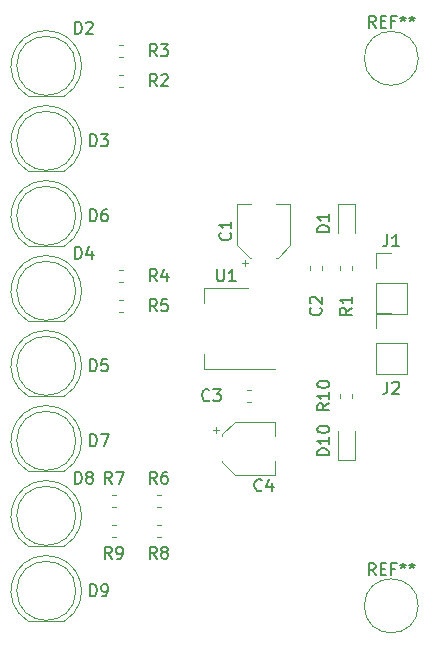
<source format=gbr>
G04 #@! TF.GenerationSoftware,KiCad,Pcbnew,(6.0.0-rc1-dev)*
G04 #@! TF.CreationDate,2018-08-10T19:45:32+02:00*
G04 #@! TF.ProjectId,sender,73656E6465722E6B696361645F706362,rev?*
G04 #@! TF.SameCoordinates,Original*
G04 #@! TF.FileFunction,Legend,Top*
G04 #@! TF.FilePolarity,Positive*
%FSLAX46Y46*%
G04 Gerber Fmt 4.6, Leading zero omitted, Abs format (unit mm)*
G04 Created by KiCad (PCBNEW (6.0.0-rc1-dev)) date Fri Aug 10 19:45:32 2018*
%MOMM*%
%LPD*%
G01*
G04 APERTURE LIST*
%ADD10C,0.120000*%
%ADD11C,0.150000*%
%ADD12C,0.200000*%
G04 APERTURE END LIST*
D10*
G04 #@! TO.C,REF\002A\002A*
X150876000Y-123190000D02*
G75*
G03X150876000Y-123190000I-2286000J0D01*
G01*
G04 #@! TO.C,D10*
X144045000Y-108420000D02*
X144045000Y-110880000D01*
X144045000Y-110880000D02*
X145515000Y-110880000D01*
X145515000Y-110880000D02*
X145515000Y-108420000D01*
G04 #@! TO.C,C4*
X133775000Y-108045000D02*
X133775000Y-108545000D01*
X133525000Y-108295000D02*
X134025000Y-108295000D01*
X134265000Y-111050563D02*
X135329437Y-112115000D01*
X134265000Y-108659437D02*
X135329437Y-107595000D01*
X134265000Y-108659437D02*
X134265000Y-108795000D01*
X134265000Y-111050563D02*
X134265000Y-110915000D01*
X135329437Y-112115000D02*
X138785000Y-112115000D01*
X135329437Y-107595000D02*
X138785000Y-107595000D01*
X138785000Y-107595000D02*
X138785000Y-108795000D01*
X138785000Y-112115000D02*
X138785000Y-110915000D01*
G04 #@! TO.C,C1*
X140055000Y-89180000D02*
X138855000Y-89180000D01*
X135535000Y-89180000D02*
X136735000Y-89180000D01*
X135535000Y-92635563D02*
X135535000Y-89180000D01*
X140055000Y-92635563D02*
X140055000Y-89180000D01*
X138990563Y-93700000D02*
X138855000Y-93700000D01*
X136599437Y-93700000D02*
X136735000Y-93700000D01*
X136599437Y-93700000D02*
X135535000Y-92635563D01*
X138990563Y-93700000D02*
X140055000Y-92635563D01*
X136235000Y-94440000D02*
X136235000Y-93940000D01*
X135985000Y-94190000D02*
X136485000Y-94190000D01*
G04 #@! TO.C,C2*
X142750000Y-94786267D02*
X142750000Y-94443733D01*
X141730000Y-94786267D02*
X141730000Y-94443733D01*
G04 #@! TO.C,C3*
X136353733Y-104900000D02*
X136696267Y-104900000D01*
X136353733Y-105920000D02*
X136696267Y-105920000D01*
G04 #@! TO.C,J2*
X147260000Y-98365000D02*
X148590000Y-98365000D01*
X147260000Y-99695000D02*
X147260000Y-98365000D01*
X147260000Y-100965000D02*
X149920000Y-100965000D01*
X149920000Y-100965000D02*
X149920000Y-103565000D01*
X147260000Y-100965000D02*
X147260000Y-103565000D01*
X147260000Y-103565000D02*
X149920000Y-103565000D01*
G04 #@! TO.C,J1*
X147260000Y-98485000D02*
X149920000Y-98485000D01*
X147260000Y-95885000D02*
X147260000Y-98485000D01*
X149920000Y-95885000D02*
X149920000Y-98485000D01*
X147260000Y-95885000D02*
X149920000Y-95885000D01*
X147260000Y-94615000D02*
X147260000Y-93285000D01*
X147260000Y-93285000D02*
X148590000Y-93285000D01*
G04 #@! TO.C,D1*
X145515000Y-91605000D02*
X145515000Y-89145000D01*
X145515000Y-89145000D02*
X144045000Y-89145000D01*
X144045000Y-89145000D02*
X144045000Y-91605000D01*
G04 #@! TO.C,D9*
X117835000Y-124480000D02*
X120925000Y-124480000D01*
X121880000Y-121920000D02*
G75*
G03X121880000Y-121920000I-2500000J0D01*
G01*
X119379538Y-118930000D02*
G75*
G02X120924830Y-124480000I462J-2990000D01*
G01*
X119380462Y-118930000D02*
G75*
G03X117835170Y-124480000I-462J-2990000D01*
G01*
G04 #@! TO.C,D7*
X119380462Y-106230000D02*
G75*
G03X117835170Y-111780000I-462J-2990000D01*
G01*
X119379538Y-106230000D02*
G75*
G02X120924830Y-111780000I462J-2990000D01*
G01*
X121880000Y-109220000D02*
G75*
G03X121880000Y-109220000I-2500000J0D01*
G01*
X117835000Y-111780000D02*
X120925000Y-111780000D01*
G04 #@! TO.C,D6*
X117835000Y-92730000D02*
X120925000Y-92730000D01*
X121880000Y-90170000D02*
G75*
G03X121880000Y-90170000I-2500000J0D01*
G01*
X119379538Y-87180000D02*
G75*
G02X120924830Y-92730000I462J-2990000D01*
G01*
X119380462Y-87180000D02*
G75*
G03X117835170Y-92730000I-462J-2990000D01*
G01*
G04 #@! TO.C,D5*
X119380462Y-99880000D02*
G75*
G03X117835170Y-105430000I-462J-2990000D01*
G01*
X119379538Y-99880000D02*
G75*
G02X120924830Y-105430000I462J-2990000D01*
G01*
X121880000Y-102870000D02*
G75*
G03X121880000Y-102870000I-2500000J0D01*
G01*
X117835000Y-105430000D02*
X120925000Y-105430000D01*
G04 #@! TO.C,D4*
X117835000Y-99080000D02*
X120925000Y-99080000D01*
X121880000Y-96520000D02*
G75*
G03X121880000Y-96520000I-2500000J0D01*
G01*
X119379538Y-93530000D02*
G75*
G02X120924830Y-99080000I462J-2990000D01*
G01*
X119380462Y-93530000D02*
G75*
G03X117835170Y-99080000I-462J-2990000D01*
G01*
G04 #@! TO.C,D3*
X119380462Y-80830000D02*
G75*
G03X117835170Y-86380000I-462J-2990000D01*
G01*
X119379538Y-80830000D02*
G75*
G02X120924830Y-86380000I462J-2990000D01*
G01*
X121880000Y-83820000D02*
G75*
G03X121880000Y-83820000I-2500000J0D01*
G01*
X117835000Y-86380000D02*
X120925000Y-86380000D01*
G04 #@! TO.C,D2*
X117835000Y-80030000D02*
X120925000Y-80030000D01*
X121880000Y-77470000D02*
G75*
G03X121880000Y-77470000I-2500000J0D01*
G01*
X119379538Y-74480000D02*
G75*
G02X120924830Y-80030000I462J-2990000D01*
G01*
X119380462Y-74480000D02*
G75*
G03X117835170Y-80030000I-462J-2990000D01*
G01*
G04 #@! TO.C,D8*
X119380462Y-112580000D02*
G75*
G03X117835170Y-118130000I-462J-2990000D01*
G01*
X119379538Y-112580000D02*
G75*
G02X120924830Y-118130000I462J-2990000D01*
G01*
X121880000Y-115570000D02*
G75*
G03X121880000Y-115570000I-2500000J0D01*
G01*
X117835000Y-118130000D02*
X120925000Y-118130000D01*
G04 #@! TO.C,U1*
X132710000Y-96285000D02*
X132710000Y-97545000D01*
X132710000Y-103105000D02*
X132710000Y-101845000D01*
X136470000Y-96285000D02*
X132710000Y-96285000D01*
X138720000Y-103105000D02*
X132710000Y-103105000D01*
G04 #@! TO.C,R10*
X144270000Y-105238733D02*
X144270000Y-105581267D01*
X145290000Y-105238733D02*
X145290000Y-105581267D01*
G04 #@! TO.C,R1*
X144270000Y-94786267D02*
X144270000Y-94443733D01*
X145290000Y-94786267D02*
X145290000Y-94443733D01*
G04 #@! TO.C,R2*
X125901267Y-78230000D02*
X125558733Y-78230000D01*
X125901267Y-79250000D02*
X125558733Y-79250000D01*
G04 #@! TO.C,R3*
X125901267Y-76710000D02*
X125558733Y-76710000D01*
X125901267Y-75690000D02*
X125558733Y-75690000D01*
G04 #@! TO.C,R4*
X125901267Y-94740000D02*
X125558733Y-94740000D01*
X125901267Y-95760000D02*
X125558733Y-95760000D01*
G04 #@! TO.C,R5*
X125901267Y-98300000D02*
X125558733Y-98300000D01*
X125901267Y-97280000D02*
X125558733Y-97280000D01*
G04 #@! TO.C,R6*
X129076267Y-113790000D02*
X128733733Y-113790000D01*
X129076267Y-114810000D02*
X128733733Y-114810000D01*
G04 #@! TO.C,R7*
X125266267Y-114810000D02*
X124923733Y-114810000D01*
X125266267Y-113790000D02*
X124923733Y-113790000D01*
G04 #@! TO.C,R8*
X129076267Y-116330000D02*
X128733733Y-116330000D01*
X129076267Y-117350000D02*
X128733733Y-117350000D01*
G04 #@! TO.C,R9*
X125266267Y-117350000D02*
X124923733Y-117350000D01*
X125266267Y-116330000D02*
X124923733Y-116330000D01*
G04 #@! TO.C,REF\002A\002A*
X150876000Y-76835000D02*
G75*
G03X150876000Y-76835000I-2286000J0D01*
G01*
D11*
X147256666Y-120594380D02*
X146923333Y-120118190D01*
X146685238Y-120594380D02*
X146685238Y-119594380D01*
X147066190Y-119594380D01*
X147161428Y-119642000D01*
X147209047Y-119689619D01*
X147256666Y-119784857D01*
X147256666Y-119927714D01*
X147209047Y-120022952D01*
X147161428Y-120070571D01*
X147066190Y-120118190D01*
X146685238Y-120118190D01*
X147685238Y-120070571D02*
X148018571Y-120070571D01*
X148161428Y-120594380D02*
X147685238Y-120594380D01*
X147685238Y-119594380D01*
X148161428Y-119594380D01*
X148923333Y-120070571D02*
X148590000Y-120070571D01*
X148590000Y-120594380D02*
X148590000Y-119594380D01*
X149066190Y-119594380D01*
X149590000Y-119594380D02*
X149590000Y-119832476D01*
X149351904Y-119737238D02*
X149590000Y-119832476D01*
X149828095Y-119737238D01*
X149447142Y-120022952D02*
X149590000Y-119832476D01*
X149732857Y-120022952D01*
X150351904Y-119594380D02*
X150351904Y-119832476D01*
X150113809Y-119737238D02*
X150351904Y-119832476D01*
X150590000Y-119737238D01*
X150209047Y-120022952D02*
X150351904Y-119832476D01*
X150494761Y-120022952D01*
G04 #@! TO.C,D10*
D12*
X143327380Y-110434285D02*
X142327380Y-110434285D01*
X142327380Y-110196190D01*
X142375000Y-110053333D01*
X142470238Y-109958095D01*
X142565476Y-109910476D01*
X142755952Y-109862857D01*
X142898809Y-109862857D01*
X143089285Y-109910476D01*
X143184523Y-109958095D01*
X143279761Y-110053333D01*
X143327380Y-110196190D01*
X143327380Y-110434285D01*
X143327380Y-108910476D02*
X143327380Y-109481904D01*
X143327380Y-109196190D02*
X142327380Y-109196190D01*
X142470238Y-109291428D01*
X142565476Y-109386666D01*
X142613095Y-109481904D01*
X142327380Y-108291428D02*
X142327380Y-108196190D01*
X142375000Y-108100952D01*
X142422619Y-108053333D01*
X142517857Y-108005714D01*
X142708333Y-107958095D01*
X142946428Y-107958095D01*
X143136904Y-108005714D01*
X143232142Y-108053333D01*
X143279761Y-108100952D01*
X143327380Y-108196190D01*
X143327380Y-108291428D01*
X143279761Y-108386666D01*
X143232142Y-108434285D01*
X143136904Y-108481904D01*
X142946428Y-108529523D01*
X142708333Y-108529523D01*
X142517857Y-108481904D01*
X142422619Y-108434285D01*
X142375000Y-108386666D01*
X142327380Y-108291428D01*
G04 #@! TO.C,C4*
X137628333Y-113387142D02*
X137580714Y-113434761D01*
X137437857Y-113482380D01*
X137342619Y-113482380D01*
X137199761Y-113434761D01*
X137104523Y-113339523D01*
X137056904Y-113244285D01*
X137009285Y-113053809D01*
X137009285Y-112910952D01*
X137056904Y-112720476D01*
X137104523Y-112625238D01*
X137199761Y-112530000D01*
X137342619Y-112482380D01*
X137437857Y-112482380D01*
X137580714Y-112530000D01*
X137628333Y-112577619D01*
X138485476Y-112815714D02*
X138485476Y-113482380D01*
X138247380Y-112434761D02*
X138009285Y-113149047D01*
X138628333Y-113149047D01*
G04 #@! TO.C,C1*
X134952142Y-91606666D02*
X134999761Y-91654285D01*
X135047380Y-91797142D01*
X135047380Y-91892380D01*
X134999761Y-92035238D01*
X134904523Y-92130476D01*
X134809285Y-92178095D01*
X134618809Y-92225714D01*
X134475952Y-92225714D01*
X134285476Y-92178095D01*
X134190238Y-92130476D01*
X134095000Y-92035238D01*
X134047380Y-91892380D01*
X134047380Y-91797142D01*
X134095000Y-91654285D01*
X134142619Y-91606666D01*
X135047380Y-90654285D02*
X135047380Y-91225714D01*
X135047380Y-90940000D02*
X134047380Y-90940000D01*
X134190238Y-91035238D01*
X134285476Y-91130476D01*
X134333095Y-91225714D01*
G04 #@! TO.C,C2*
X142597142Y-97956666D02*
X142644761Y-98004285D01*
X142692380Y-98147142D01*
X142692380Y-98242380D01*
X142644761Y-98385238D01*
X142549523Y-98480476D01*
X142454285Y-98528095D01*
X142263809Y-98575714D01*
X142120952Y-98575714D01*
X141930476Y-98528095D01*
X141835238Y-98480476D01*
X141740000Y-98385238D01*
X141692380Y-98242380D01*
X141692380Y-98147142D01*
X141740000Y-98004285D01*
X141787619Y-97956666D01*
X141787619Y-97575714D02*
X141740000Y-97528095D01*
X141692380Y-97432857D01*
X141692380Y-97194761D01*
X141740000Y-97099523D01*
X141787619Y-97051904D01*
X141882857Y-97004285D01*
X141978095Y-97004285D01*
X142120952Y-97051904D01*
X142692380Y-97623333D01*
X142692380Y-97004285D01*
G04 #@! TO.C,C3*
X133183333Y-105767142D02*
X133135714Y-105814761D01*
X132992857Y-105862380D01*
X132897619Y-105862380D01*
X132754761Y-105814761D01*
X132659523Y-105719523D01*
X132611904Y-105624285D01*
X132564285Y-105433809D01*
X132564285Y-105290952D01*
X132611904Y-105100476D01*
X132659523Y-105005238D01*
X132754761Y-104910000D01*
X132897619Y-104862380D01*
X132992857Y-104862380D01*
X133135714Y-104910000D01*
X133183333Y-104957619D01*
X133516666Y-104862380D02*
X134135714Y-104862380D01*
X133802380Y-105243333D01*
X133945238Y-105243333D01*
X134040476Y-105290952D01*
X134088095Y-105338571D01*
X134135714Y-105433809D01*
X134135714Y-105671904D01*
X134088095Y-105767142D01*
X134040476Y-105814761D01*
X133945238Y-105862380D01*
X133659523Y-105862380D01*
X133564285Y-105814761D01*
X133516666Y-105767142D01*
G04 #@! TO.C,J2*
X148256666Y-104227380D02*
X148256666Y-104941666D01*
X148209047Y-105084523D01*
X148113809Y-105179761D01*
X147970952Y-105227380D01*
X147875714Y-105227380D01*
X148685238Y-104322619D02*
X148732857Y-104275000D01*
X148828095Y-104227380D01*
X149066190Y-104227380D01*
X149161428Y-104275000D01*
X149209047Y-104322619D01*
X149256666Y-104417857D01*
X149256666Y-104513095D01*
X149209047Y-104655952D01*
X148637619Y-105227380D01*
X149256666Y-105227380D01*
G04 #@! TO.C,J1*
X148256666Y-91737380D02*
X148256666Y-92451666D01*
X148209047Y-92594523D01*
X148113809Y-92689761D01*
X147970952Y-92737380D01*
X147875714Y-92737380D01*
X149256666Y-92737380D02*
X148685238Y-92737380D01*
X148970952Y-92737380D02*
X148970952Y-91737380D01*
X148875714Y-91880238D01*
X148780476Y-91975476D01*
X148685238Y-92023095D01*
G04 #@! TO.C,D1*
X143327380Y-91543095D02*
X142327380Y-91543095D01*
X142327380Y-91305000D01*
X142375000Y-91162142D01*
X142470238Y-91066904D01*
X142565476Y-91019285D01*
X142755952Y-90971666D01*
X142898809Y-90971666D01*
X143089285Y-91019285D01*
X143184523Y-91066904D01*
X143279761Y-91162142D01*
X143327380Y-91305000D01*
X143327380Y-91543095D01*
X143327380Y-90019285D02*
X143327380Y-90590714D01*
X143327380Y-90305000D02*
X142327380Y-90305000D01*
X142470238Y-90400238D01*
X142565476Y-90495476D01*
X142613095Y-90590714D01*
G04 #@! TO.C,D9*
X123086904Y-122372380D02*
X123086904Y-121372380D01*
X123325000Y-121372380D01*
X123467857Y-121420000D01*
X123563095Y-121515238D01*
X123610714Y-121610476D01*
X123658333Y-121800952D01*
X123658333Y-121943809D01*
X123610714Y-122134285D01*
X123563095Y-122229523D01*
X123467857Y-122324761D01*
X123325000Y-122372380D01*
X123086904Y-122372380D01*
X124134523Y-122372380D02*
X124325000Y-122372380D01*
X124420238Y-122324761D01*
X124467857Y-122277142D01*
X124563095Y-122134285D01*
X124610714Y-121943809D01*
X124610714Y-121562857D01*
X124563095Y-121467619D01*
X124515476Y-121420000D01*
X124420238Y-121372380D01*
X124229761Y-121372380D01*
X124134523Y-121420000D01*
X124086904Y-121467619D01*
X124039285Y-121562857D01*
X124039285Y-121800952D01*
X124086904Y-121896190D01*
X124134523Y-121943809D01*
X124229761Y-121991428D01*
X124420238Y-121991428D01*
X124515476Y-121943809D01*
X124563095Y-121896190D01*
X124610714Y-121800952D01*
G04 #@! TO.C,D7*
X123086904Y-109672380D02*
X123086904Y-108672380D01*
X123325000Y-108672380D01*
X123467857Y-108720000D01*
X123563095Y-108815238D01*
X123610714Y-108910476D01*
X123658333Y-109100952D01*
X123658333Y-109243809D01*
X123610714Y-109434285D01*
X123563095Y-109529523D01*
X123467857Y-109624761D01*
X123325000Y-109672380D01*
X123086904Y-109672380D01*
X123991666Y-108672380D02*
X124658333Y-108672380D01*
X124229761Y-109672380D01*
G04 #@! TO.C,D6*
X123086904Y-90622380D02*
X123086904Y-89622380D01*
X123325000Y-89622380D01*
X123467857Y-89670000D01*
X123563095Y-89765238D01*
X123610714Y-89860476D01*
X123658333Y-90050952D01*
X123658333Y-90193809D01*
X123610714Y-90384285D01*
X123563095Y-90479523D01*
X123467857Y-90574761D01*
X123325000Y-90622380D01*
X123086904Y-90622380D01*
X124515476Y-89622380D02*
X124325000Y-89622380D01*
X124229761Y-89670000D01*
X124182142Y-89717619D01*
X124086904Y-89860476D01*
X124039285Y-90050952D01*
X124039285Y-90431904D01*
X124086904Y-90527142D01*
X124134523Y-90574761D01*
X124229761Y-90622380D01*
X124420238Y-90622380D01*
X124515476Y-90574761D01*
X124563095Y-90527142D01*
X124610714Y-90431904D01*
X124610714Y-90193809D01*
X124563095Y-90098571D01*
X124515476Y-90050952D01*
X124420238Y-90003333D01*
X124229761Y-90003333D01*
X124134523Y-90050952D01*
X124086904Y-90098571D01*
X124039285Y-90193809D01*
G04 #@! TO.C,D5*
X123086904Y-103322380D02*
X123086904Y-102322380D01*
X123325000Y-102322380D01*
X123467857Y-102370000D01*
X123563095Y-102465238D01*
X123610714Y-102560476D01*
X123658333Y-102750952D01*
X123658333Y-102893809D01*
X123610714Y-103084285D01*
X123563095Y-103179523D01*
X123467857Y-103274761D01*
X123325000Y-103322380D01*
X123086904Y-103322380D01*
X124563095Y-102322380D02*
X124086904Y-102322380D01*
X124039285Y-102798571D01*
X124086904Y-102750952D01*
X124182142Y-102703333D01*
X124420238Y-102703333D01*
X124515476Y-102750952D01*
X124563095Y-102798571D01*
X124610714Y-102893809D01*
X124610714Y-103131904D01*
X124563095Y-103227142D01*
X124515476Y-103274761D01*
X124420238Y-103322380D01*
X124182142Y-103322380D01*
X124086904Y-103274761D01*
X124039285Y-103227142D01*
G04 #@! TO.C,D4*
X121816904Y-93797380D02*
X121816904Y-92797380D01*
X122055000Y-92797380D01*
X122197857Y-92845000D01*
X122293095Y-92940238D01*
X122340714Y-93035476D01*
X122388333Y-93225952D01*
X122388333Y-93368809D01*
X122340714Y-93559285D01*
X122293095Y-93654523D01*
X122197857Y-93749761D01*
X122055000Y-93797380D01*
X121816904Y-93797380D01*
X123245476Y-93130714D02*
X123245476Y-93797380D01*
X123007380Y-92749761D02*
X122769285Y-93464047D01*
X123388333Y-93464047D01*
G04 #@! TO.C,D3*
X123086904Y-84272380D02*
X123086904Y-83272380D01*
X123325000Y-83272380D01*
X123467857Y-83320000D01*
X123563095Y-83415238D01*
X123610714Y-83510476D01*
X123658333Y-83700952D01*
X123658333Y-83843809D01*
X123610714Y-84034285D01*
X123563095Y-84129523D01*
X123467857Y-84224761D01*
X123325000Y-84272380D01*
X123086904Y-84272380D01*
X123991666Y-83272380D02*
X124610714Y-83272380D01*
X124277380Y-83653333D01*
X124420238Y-83653333D01*
X124515476Y-83700952D01*
X124563095Y-83748571D01*
X124610714Y-83843809D01*
X124610714Y-84081904D01*
X124563095Y-84177142D01*
X124515476Y-84224761D01*
X124420238Y-84272380D01*
X124134523Y-84272380D01*
X124039285Y-84224761D01*
X123991666Y-84177142D01*
G04 #@! TO.C,D2*
X121816904Y-74747380D02*
X121816904Y-73747380D01*
X122055000Y-73747380D01*
X122197857Y-73795000D01*
X122293095Y-73890238D01*
X122340714Y-73985476D01*
X122388333Y-74175952D01*
X122388333Y-74318809D01*
X122340714Y-74509285D01*
X122293095Y-74604523D01*
X122197857Y-74699761D01*
X122055000Y-74747380D01*
X121816904Y-74747380D01*
X122769285Y-73842619D02*
X122816904Y-73795000D01*
X122912142Y-73747380D01*
X123150238Y-73747380D01*
X123245476Y-73795000D01*
X123293095Y-73842619D01*
X123340714Y-73937857D01*
X123340714Y-74033095D01*
X123293095Y-74175952D01*
X122721666Y-74747380D01*
X123340714Y-74747380D01*
G04 #@! TO.C,D8*
X121816904Y-112847380D02*
X121816904Y-111847380D01*
X122055000Y-111847380D01*
X122197857Y-111895000D01*
X122293095Y-111990238D01*
X122340714Y-112085476D01*
X122388333Y-112275952D01*
X122388333Y-112418809D01*
X122340714Y-112609285D01*
X122293095Y-112704523D01*
X122197857Y-112799761D01*
X122055000Y-112847380D01*
X121816904Y-112847380D01*
X122959761Y-112275952D02*
X122864523Y-112228333D01*
X122816904Y-112180714D01*
X122769285Y-112085476D01*
X122769285Y-112037857D01*
X122816904Y-111942619D01*
X122864523Y-111895000D01*
X122959761Y-111847380D01*
X123150238Y-111847380D01*
X123245476Y-111895000D01*
X123293095Y-111942619D01*
X123340714Y-112037857D01*
X123340714Y-112085476D01*
X123293095Y-112180714D01*
X123245476Y-112228333D01*
X123150238Y-112275952D01*
X122959761Y-112275952D01*
X122864523Y-112323571D01*
X122816904Y-112371190D01*
X122769285Y-112466428D01*
X122769285Y-112656904D01*
X122816904Y-112752142D01*
X122864523Y-112799761D01*
X122959761Y-112847380D01*
X123150238Y-112847380D01*
X123245476Y-112799761D01*
X123293095Y-112752142D01*
X123340714Y-112656904D01*
X123340714Y-112466428D01*
X123293095Y-112371190D01*
X123245476Y-112323571D01*
X123150238Y-112275952D01*
G04 #@! TO.C,U1*
X133858095Y-94702380D02*
X133858095Y-95511904D01*
X133905714Y-95607142D01*
X133953333Y-95654761D01*
X134048571Y-95702380D01*
X134239047Y-95702380D01*
X134334285Y-95654761D01*
X134381904Y-95607142D01*
X134429523Y-95511904D01*
X134429523Y-94702380D01*
X135429523Y-95702380D02*
X134858095Y-95702380D01*
X135143809Y-95702380D02*
X135143809Y-94702380D01*
X135048571Y-94845238D01*
X134953333Y-94940476D01*
X134858095Y-94988095D01*
G04 #@! TO.C,R10*
X143327380Y-106052857D02*
X142851190Y-106386190D01*
X143327380Y-106624285D02*
X142327380Y-106624285D01*
X142327380Y-106243333D01*
X142375000Y-106148095D01*
X142422619Y-106100476D01*
X142517857Y-106052857D01*
X142660714Y-106052857D01*
X142755952Y-106100476D01*
X142803571Y-106148095D01*
X142851190Y-106243333D01*
X142851190Y-106624285D01*
X143327380Y-105100476D02*
X143327380Y-105671904D01*
X143327380Y-105386190D02*
X142327380Y-105386190D01*
X142470238Y-105481428D01*
X142565476Y-105576666D01*
X142613095Y-105671904D01*
X142327380Y-104481428D02*
X142327380Y-104386190D01*
X142375000Y-104290952D01*
X142422619Y-104243333D01*
X142517857Y-104195714D01*
X142708333Y-104148095D01*
X142946428Y-104148095D01*
X143136904Y-104195714D01*
X143232142Y-104243333D01*
X143279761Y-104290952D01*
X143327380Y-104386190D01*
X143327380Y-104481428D01*
X143279761Y-104576666D01*
X143232142Y-104624285D01*
X143136904Y-104671904D01*
X142946428Y-104719523D01*
X142708333Y-104719523D01*
X142517857Y-104671904D01*
X142422619Y-104624285D01*
X142375000Y-104576666D01*
X142327380Y-104481428D01*
G04 #@! TO.C,R1*
X145232380Y-97956666D02*
X144756190Y-98290000D01*
X145232380Y-98528095D02*
X144232380Y-98528095D01*
X144232380Y-98147142D01*
X144280000Y-98051904D01*
X144327619Y-98004285D01*
X144422857Y-97956666D01*
X144565714Y-97956666D01*
X144660952Y-98004285D01*
X144708571Y-98051904D01*
X144756190Y-98147142D01*
X144756190Y-98528095D01*
X145232380Y-97004285D02*
X145232380Y-97575714D01*
X145232380Y-97290000D02*
X144232380Y-97290000D01*
X144375238Y-97385238D01*
X144470476Y-97480476D01*
X144518095Y-97575714D01*
G04 #@! TO.C,R2*
X128738333Y-79192380D02*
X128405000Y-78716190D01*
X128166904Y-79192380D02*
X128166904Y-78192380D01*
X128547857Y-78192380D01*
X128643095Y-78240000D01*
X128690714Y-78287619D01*
X128738333Y-78382857D01*
X128738333Y-78525714D01*
X128690714Y-78620952D01*
X128643095Y-78668571D01*
X128547857Y-78716190D01*
X128166904Y-78716190D01*
X129119285Y-78287619D02*
X129166904Y-78240000D01*
X129262142Y-78192380D01*
X129500238Y-78192380D01*
X129595476Y-78240000D01*
X129643095Y-78287619D01*
X129690714Y-78382857D01*
X129690714Y-78478095D01*
X129643095Y-78620952D01*
X129071666Y-79192380D01*
X129690714Y-79192380D01*
G04 #@! TO.C,R3*
X128738333Y-76652380D02*
X128405000Y-76176190D01*
X128166904Y-76652380D02*
X128166904Y-75652380D01*
X128547857Y-75652380D01*
X128643095Y-75700000D01*
X128690714Y-75747619D01*
X128738333Y-75842857D01*
X128738333Y-75985714D01*
X128690714Y-76080952D01*
X128643095Y-76128571D01*
X128547857Y-76176190D01*
X128166904Y-76176190D01*
X129071666Y-75652380D02*
X129690714Y-75652380D01*
X129357380Y-76033333D01*
X129500238Y-76033333D01*
X129595476Y-76080952D01*
X129643095Y-76128571D01*
X129690714Y-76223809D01*
X129690714Y-76461904D01*
X129643095Y-76557142D01*
X129595476Y-76604761D01*
X129500238Y-76652380D01*
X129214523Y-76652380D01*
X129119285Y-76604761D01*
X129071666Y-76557142D01*
G04 #@! TO.C,R4*
X128738333Y-95702380D02*
X128405000Y-95226190D01*
X128166904Y-95702380D02*
X128166904Y-94702380D01*
X128547857Y-94702380D01*
X128643095Y-94750000D01*
X128690714Y-94797619D01*
X128738333Y-94892857D01*
X128738333Y-95035714D01*
X128690714Y-95130952D01*
X128643095Y-95178571D01*
X128547857Y-95226190D01*
X128166904Y-95226190D01*
X129595476Y-95035714D02*
X129595476Y-95702380D01*
X129357380Y-94654761D02*
X129119285Y-95369047D01*
X129738333Y-95369047D01*
G04 #@! TO.C,R5*
X128738333Y-98242380D02*
X128405000Y-97766190D01*
X128166904Y-98242380D02*
X128166904Y-97242380D01*
X128547857Y-97242380D01*
X128643095Y-97290000D01*
X128690714Y-97337619D01*
X128738333Y-97432857D01*
X128738333Y-97575714D01*
X128690714Y-97670952D01*
X128643095Y-97718571D01*
X128547857Y-97766190D01*
X128166904Y-97766190D01*
X129643095Y-97242380D02*
X129166904Y-97242380D01*
X129119285Y-97718571D01*
X129166904Y-97670952D01*
X129262142Y-97623333D01*
X129500238Y-97623333D01*
X129595476Y-97670952D01*
X129643095Y-97718571D01*
X129690714Y-97813809D01*
X129690714Y-98051904D01*
X129643095Y-98147142D01*
X129595476Y-98194761D01*
X129500238Y-98242380D01*
X129262142Y-98242380D01*
X129166904Y-98194761D01*
X129119285Y-98147142D01*
G04 #@! TO.C,R6*
X128738333Y-112847380D02*
X128405000Y-112371190D01*
X128166904Y-112847380D02*
X128166904Y-111847380D01*
X128547857Y-111847380D01*
X128643095Y-111895000D01*
X128690714Y-111942619D01*
X128738333Y-112037857D01*
X128738333Y-112180714D01*
X128690714Y-112275952D01*
X128643095Y-112323571D01*
X128547857Y-112371190D01*
X128166904Y-112371190D01*
X129595476Y-111847380D02*
X129405000Y-111847380D01*
X129309761Y-111895000D01*
X129262142Y-111942619D01*
X129166904Y-112085476D01*
X129119285Y-112275952D01*
X129119285Y-112656904D01*
X129166904Y-112752142D01*
X129214523Y-112799761D01*
X129309761Y-112847380D01*
X129500238Y-112847380D01*
X129595476Y-112799761D01*
X129643095Y-112752142D01*
X129690714Y-112656904D01*
X129690714Y-112418809D01*
X129643095Y-112323571D01*
X129595476Y-112275952D01*
X129500238Y-112228333D01*
X129309761Y-112228333D01*
X129214523Y-112275952D01*
X129166904Y-112323571D01*
X129119285Y-112418809D01*
G04 #@! TO.C,R7*
X124928333Y-112847380D02*
X124595000Y-112371190D01*
X124356904Y-112847380D02*
X124356904Y-111847380D01*
X124737857Y-111847380D01*
X124833095Y-111895000D01*
X124880714Y-111942619D01*
X124928333Y-112037857D01*
X124928333Y-112180714D01*
X124880714Y-112275952D01*
X124833095Y-112323571D01*
X124737857Y-112371190D01*
X124356904Y-112371190D01*
X125261666Y-111847380D02*
X125928333Y-111847380D01*
X125499761Y-112847380D01*
G04 #@! TO.C,R8*
X128738333Y-119197380D02*
X128405000Y-118721190D01*
X128166904Y-119197380D02*
X128166904Y-118197380D01*
X128547857Y-118197380D01*
X128643095Y-118245000D01*
X128690714Y-118292619D01*
X128738333Y-118387857D01*
X128738333Y-118530714D01*
X128690714Y-118625952D01*
X128643095Y-118673571D01*
X128547857Y-118721190D01*
X128166904Y-118721190D01*
X129309761Y-118625952D02*
X129214523Y-118578333D01*
X129166904Y-118530714D01*
X129119285Y-118435476D01*
X129119285Y-118387857D01*
X129166904Y-118292619D01*
X129214523Y-118245000D01*
X129309761Y-118197380D01*
X129500238Y-118197380D01*
X129595476Y-118245000D01*
X129643095Y-118292619D01*
X129690714Y-118387857D01*
X129690714Y-118435476D01*
X129643095Y-118530714D01*
X129595476Y-118578333D01*
X129500238Y-118625952D01*
X129309761Y-118625952D01*
X129214523Y-118673571D01*
X129166904Y-118721190D01*
X129119285Y-118816428D01*
X129119285Y-119006904D01*
X129166904Y-119102142D01*
X129214523Y-119149761D01*
X129309761Y-119197380D01*
X129500238Y-119197380D01*
X129595476Y-119149761D01*
X129643095Y-119102142D01*
X129690714Y-119006904D01*
X129690714Y-118816428D01*
X129643095Y-118721190D01*
X129595476Y-118673571D01*
X129500238Y-118625952D01*
G04 #@! TO.C,R9*
X124928333Y-119197380D02*
X124595000Y-118721190D01*
X124356904Y-119197380D02*
X124356904Y-118197380D01*
X124737857Y-118197380D01*
X124833095Y-118245000D01*
X124880714Y-118292619D01*
X124928333Y-118387857D01*
X124928333Y-118530714D01*
X124880714Y-118625952D01*
X124833095Y-118673571D01*
X124737857Y-118721190D01*
X124356904Y-118721190D01*
X125404523Y-119197380D02*
X125595000Y-119197380D01*
X125690238Y-119149761D01*
X125737857Y-119102142D01*
X125833095Y-118959285D01*
X125880714Y-118768809D01*
X125880714Y-118387857D01*
X125833095Y-118292619D01*
X125785476Y-118245000D01*
X125690238Y-118197380D01*
X125499761Y-118197380D01*
X125404523Y-118245000D01*
X125356904Y-118292619D01*
X125309285Y-118387857D01*
X125309285Y-118625952D01*
X125356904Y-118721190D01*
X125404523Y-118768809D01*
X125499761Y-118816428D01*
X125690238Y-118816428D01*
X125785476Y-118768809D01*
X125833095Y-118721190D01*
X125880714Y-118625952D01*
G04 #@! TO.C,REF\002A\002A*
D11*
X147256666Y-74239380D02*
X146923333Y-73763190D01*
X146685238Y-74239380D02*
X146685238Y-73239380D01*
X147066190Y-73239380D01*
X147161428Y-73287000D01*
X147209047Y-73334619D01*
X147256666Y-73429857D01*
X147256666Y-73572714D01*
X147209047Y-73667952D01*
X147161428Y-73715571D01*
X147066190Y-73763190D01*
X146685238Y-73763190D01*
X147685238Y-73715571D02*
X148018571Y-73715571D01*
X148161428Y-74239380D02*
X147685238Y-74239380D01*
X147685238Y-73239380D01*
X148161428Y-73239380D01*
X148923333Y-73715571D02*
X148590000Y-73715571D01*
X148590000Y-74239380D02*
X148590000Y-73239380D01*
X149066190Y-73239380D01*
X149590000Y-73239380D02*
X149590000Y-73477476D01*
X149351904Y-73382238D02*
X149590000Y-73477476D01*
X149828095Y-73382238D01*
X149447142Y-73667952D02*
X149590000Y-73477476D01*
X149732857Y-73667952D01*
X150351904Y-73239380D02*
X150351904Y-73477476D01*
X150113809Y-73382238D02*
X150351904Y-73477476D01*
X150590000Y-73382238D01*
X150209047Y-73667952D02*
X150351904Y-73477476D01*
X150494761Y-73667952D01*
G04 #@! TD*
M02*

</source>
